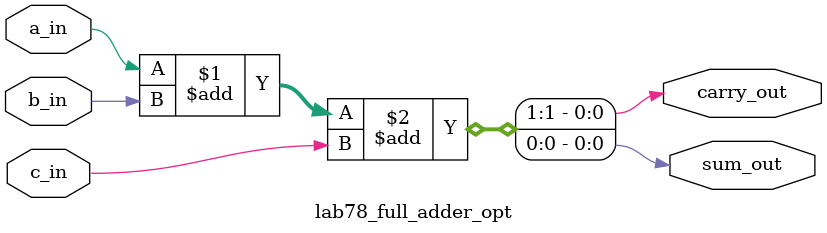
<source format=v>
`timescale 1ns / 1ps

`define INCLUDE_C

module lab78_full_adder_opt(
                input a_in , b_in , 
                `ifdef  INCLUDE_C
                input c_in ,                
                `endif
                output carry_out, sum_out
                 );

`ifdef INCLUDE_C

    assign { carry_out, sum_out } = a_in + b_in + c_in ;
`else 

    assign { carry_out, sum_out } = a_in + b_in;
    
`endif

endmodule
</source>
